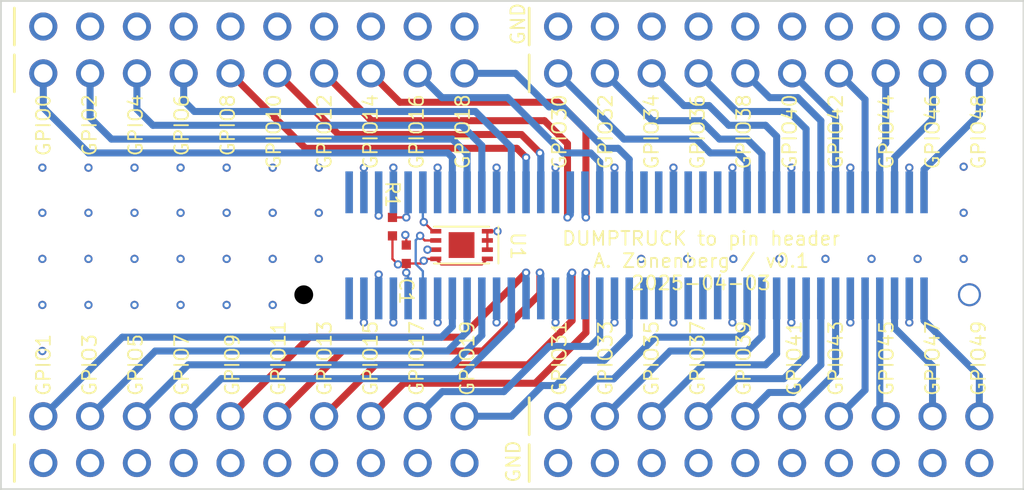
<source format=kicad_pcb>
(kicad_pcb (version 20240108) (generator "pcbnew") (generator_version "8.0")
  (layers (0 "F.Cu" signal) (1 "In1.Cu" signal) (2 "In2.Cu" signal) (31 "B.Cu" signal) (34 "B.Paste" user) (35 "F.Paste" user) (36 "B.SilkS" user "B.Silkscreen") (37 "F.SilkS" user "F.Silkscreen") (38 "B.Mask" user) (39 "F.Mask" user) (44 "Edge.Cuts" user))
  (net 0 "")
  (net 1 "/3V3_EEPROM")
  (net 2 "/GND")
  (net 3 "Net-(J1B-GPIO18)")
  (net 4 "Net-(J1B-GPIO14)")
  (net 5 "Net-(J1B-GPIO15)")
  (net 6 "Net-(J1B-GPIO2)")
  (net 7 "Net-(J1B-GPIO1)")
  (net 8 "Net-(J1B-GPIO0)")
  (net 9 "Net-(J1B-PRESENT)")
  (net 10 "Net-(J1B-GPIO36)")
  (net 11 "Net-(J1B-GPIO4)")
  (net 12 "Net-(J1B-GPIO30)")
  (net 13 "Net-(J1B-GPIO38)")
  (net 14 "/EEPROM_SCL")
  (net 15 "Net-(J1B-GPIO3)")
  (net 16 "/EEPROM_SDA")
  (net 17 "Net-(J1B-GPIO39)")
  (net 18 "Net-(J1B-GPIO16)")
  (net 19 "Net-(J1B-GPIO37)")
  (net 20 "Net-(J1B-GPIO8)")
  (net 21 "Net-(J1B-GPIO31)")
  (net 22 "Net-(J1B-GPIO9)")
  (net 23 "Net-(J1B-GPIO6)")
  (net 26 "Net-(J1B-GPIO10)")
  (net 27 "Net-(J1B-GPIO13)")
  (net 28 "Net-(J1B-GPIO32)")
  (net 29 "Net-(J1B-GPIO11)")
  (net 30 "/VCC")
  (net 31 "Net-(J1B-GPIO35)")
  (net 32 "Net-(J1B-GPIO17)")
  (net 33 "Net-(J1B-GPIO19)")
  (net 34 "Net-(J1B-GPIO34)")
  (net 35 "Net-(J1B-GPIO12)")
  (net 36 "Net-(J1B-GPIO33)")
  (net 37 "Net-(J1B-GPIO5)")
  (net 38 "Net-(J1B-GPIO7)")
  (net 39 "Net-(J1B-GPIO45)")
  (net 41 "Net-(J1B-GPIO41)")
  (net 44 "Net-(J1B-GPIO47)")
  (net 45 "Net-(J1B-GPIO49)")
  (net 47 "Net-(J1B-GPIO43)")
  (net 51 "Net-(J1B-GPIO44)")
  (net 52 "Net-(J1B-GPIO42)")
  (net 53 "Net-(J1B-GPIO48)")
  (net 55 "Net-(J1B-GPIO46)")
  (net 57 "Net-(J1B-GPIO40)")
  (footprint "azonenberg_pcb:CONN_HEADER_2.54MM_1x10_REFLOW_NOSILK" (layer "F.Cu") (at 121.92 96.08)
    (property "Reference" "J9" (hide yes))
    (property "Value" "CONN_01X10" (hide yes))
  )
  (footprint "azonenberg_pcb:CONN_HEADER_2.54MM_1x10_REFLOW_NOSILK" (layer "F.Cu") (at 121.92 93.54)
    (property "Reference" "J3" (hide yes))
    (property "Value" "CONN_01X10" (hide yes))
  )
  (footprint "azonenberg_pcb:CONN_HEADER_2.54MM_1x10_REFLOW_NOSILK" (layer "F.Cu") (at 93.98 96.08)
    (property "Reference" "J8" (hide yes))
    (property "Value" "CONN_01X10" (hide yes))
  )
  (footprint "azonenberg_pcb:EIA_0402_RES_NOSILK" (layer "F.Cu") (at 101.5 83.250001 90)
    (property "Reference" "R1")
    (property "Value" "0" (hide yes))
  )
  (footprint "azonenberg_pcb:CONN_HEADER_2.54MM_1x10_REFLOW_NOSILK" (layer "F.Cu") (at 121.92 72.39)
    (property "Reference" "J7" (hide yes))
    (property "Value" "CONN_01X10" (hide yes))
  )
  (footprint "azonenberg_pcb:EIA_0402_CAP_NOSILK" (layer "F.Cu") (at 102.25 84.75 90)
    (property "Reference" "C1")
    (property "Value" "0.47 uF" (hide yes))
  )
  (footprint "azonenberg_pcb:CONN_HEADER_2.54MM_1x10_REFLOW_NOSILK" (layer "F.Cu") (at 93.98 93.54)
    (property "Reference" "J2" (hide yes))
    (property "Value" "CONN_01X10" (hide yes))
  )
  (footprint "azonenberg_pcb:CONN_HEADER_2.54MM_1x10_REFLOW_NOSILK" (layer "F.Cu") (at 93.98 74.93)
    (property "Reference" "J4" (hide yes))
    (property "Value" "CONN_01X10" (hide yes))
  )
  (footprint "azonenberg_pcb:CONN_HEADER_2.54MM_1x10_REFLOW_NOSILK" (layer "F.Cu") (at 93.98 72.39)
    (property "Reference" "J6" (hide yes))
    (property "Value" "CONN_01X10" (hide yes))
  )
  (footprint "azonenberg_pcb:DFN_8_0.5MM_2x3MM_TALL" (layer "F.Cu") (at 105.25 84.25 90)
    (property "Reference" "U1")
    (property "Value" "M24C02-RMC6TG" (hide yes))
  )
  (footprint "azonenberg_pcb:CONN_HEADER_2.54MM_1x10_REFLOW_NOSILK" (layer "F.Cu") (at 121.92 74.93)
    (property "Reference" "J5" (hide yes))
    (property "Value" "CONN_01X10" (hide yes))
  )
  (footprint "azonenberg_pcb:CONN_SAMTEC_BSE-040-01-L-D-A-TR" (layer "B.Cu") (at 114.75 84.25)
    (property "Reference" "J1" (hide yes))
    (property "Value" "CONN_DUMPTRUCK_DEVICE" (hide yes))
  )
  (gr_rect (start 80.25 71) (end 135.75 97.5) (stroke (width 0.1)) (fill none) (layer "Edge.Cuts"))
  (gr_text "GPIO6" (at 90.5 76 90) (layer "F.SilkS") (effects (font (size 0.75 0.75) (thickness 0.1)) (justify right bottom)))
  (gr_text "GPIO4" (at 88 76 90) (layer "F.SilkS") (effects (font (size 0.75 0.75) (thickness 0.1)) (justify right bottom)))
  (gr_text "GPIO14" (at 100.75 76 90) (layer "F.SilkS") (effects (font (size 0.75 0.75) (thickness 0.1)) (justify right bottom)))
  (gr_text "GPIO5" (at 88 92.5 90) (layer "F.SilkS") (effects (font (size 0.75 0.75) (thickness 0.1)) (justify left bottom)))
  (gr_text "GPIO35" (at 116 92.5 90) (layer "F.SilkS") (effects (font (size 0.75 0.75) (thickness 0.1)) (justify left bottom)))
  (gr_text "GPIO12" (at 98.25 76 90) (layer "F.SilkS") (effects (font (size 0.75 0.75) (thickness 0.1)) (justify right bottom)))
  (gr_text "GPIO0" (at 83 76 90) (layer "F.SilkS") (effects (font (size 0.75 0.75) (thickness 0.1)) (justify right bottom)))
  (gr_text "GPIO13" (at 98.25 92.5 90) (layer "F.SilkS") (effects (font (size 0.75 0.75) (thickness 0.1)) (justify left bottom)))
  (gr_text "GPIO32" (at 113.5 76 90) (layer "F.SilkS") (effects (font (size 0.75 0.75) (thickness 0.1)) (justify right bottom)))
  (gr_text "GPIO7" (at 90.5 92.5 90) (layer "F.SilkS") (effects (font (size 0.75 0.75) (thickness 0.1)) (justify left bottom)))
  (gr_text "GPIO43" (at 126 92.5 90) (layer "F.SilkS") (effects (font (size 0.75 0.75) (thickness 0.1)) (justify left bottom)))
  (gr_text "GPIO41" (at 123.75 92.5 90) (layer "F.SilkS") (effects (font (size 0.75 0.75) (thickness 0.1)) (justify left bottom)))
  (gr_text "GPIO45" (at 128.75 92.5 90) (layer "F.SilkS") (effects (font (size 0.75 0.75) (thickness 0.1)) (justify left bottom)))
  (gr_text "GPIO10" (at 95.5 76 90) (layer "F.SilkS") (effects (font (size 0.75 0.75) (thickness 0.1)) (justify right bottom)))
  (gr_text "GPIO9" (at 93.25 92.5 90) (layer "F.SilkS") (effects (font (size 0.75 0.75) (thickness 0.1)) (justify left bottom)))
  (gr_text "GPIO2" (at 85.5 76 90) (layer "F.SilkS") (effects (font (size 0.75 0.75) (thickness 0.1)) (justify right bottom)))
  (gr_text "GPIO15" (at 100.75 92.5 90) (layer "F.SilkS") (effects (font (size 0.75 0.75) (thickness 0.1)) (justify left bottom)))
  (gr_text "GPIO48" (at 133.75 76 90) (layer "F.SilkS") (effects (font (size 0.75 0.75) (thickness 0.1)) (justify right bottom)))
  (gr_text "GND" (at 108.5 96 90) (layer "F.SilkS") (effects (font (size 0.75 0.75) (thickness 0.1)) (justify bottom)))
  (gr_text "GPIO46" (at 131.25 76 90) (layer "F.SilkS") (effects (font (size 0.75 0.75) (thickness 0.1)) (justify right bottom)))
  (gr_text "GPIO3" (at 85.5 92.5 90) (layer "F.SilkS") (effects (font (size 0.75 0.75) (thickness 0.1)) (justify left bottom)))
  (gr_text "GPIO42" (at 126 76 90) (layer "F.SilkS") (effects (font (size 0.75 0.75) (thickness 0.1)) (justify right bottom)))
  (gr_text "GPIO19" (at 106 92.5 90) (layer "F.SilkS") (effects (font (size 0.75 0.75) (thickness 0.1)) (justify left bottom)))
  (gr_text "GPIO16" (at 103.25 76 90) (layer "F.SilkS") (effects (font (size 0.75 0.75) (thickness 0.1)) (justify right bottom)))
  (gr_text "GPIO39" (at 121 92.5 90) (layer "F.SilkS") (effects (font (size 0.75 0.75) (thickness 0.1)) (justify left bottom)))
  (gr_text "GND" (at 108.75 72.25 90) (layer "F.SilkS") (effects (font (size 0.75 0.75) (thickness 0.1)) (justify bottom)))
  (gr_text "GPIO8" (at 93 76 90) (layer "F.SilkS") (effects (font (size 0.75 0.75) (thickness 0.1)) (justify right bottom)))
  (gr_text "GPIO30" (at 111 76 90) (layer "F.SilkS") (effects (font (size 0.75 0.75) (thickness 0.1)) (justify right bottom)))
  (gr_text "DUMPTRUCK to pin header\nA. Zonenberg / v0.1\n2025-04-03" (at 118.25 86.75 0) (layer "F.SilkS") (effects (font (size 0.75 0.75) (thickness 0.1)) (justify bottom)))
  (gr_text "GPIO44" (at 128.75 76 90) (layer "F.SilkS") (effects (font (size 0.75 0.75) (thickness 0.1)) (justify right bottom)))
  (gr_text "GPIO33" (at 113.5 92.5 90) (layer "F.SilkS") (effects (font (size 0.75 0.75) (thickness 0.1)) (justify left bottom)))
  (gr_text "GPIO40" (at 123.5 76 90) (layer "F.SilkS") (effects (font (size 0.75 0.75) (thickness 0.1)) (justify right bottom)))
  (gr_text "GPIO31" (at 111 92.5 90) (layer "F.SilkS") (effects (font (size 0.75 0.75) (thickness 0.1)) (justify left bottom)))
  (gr_text "GPIO17" (at 103.25 92.5 90) (layer "F.SilkS") (effects (font (size 0.75 0.75) (thickness 0.1)) (justify left bottom)))
  (gr_text "GPIO49" (at 133.75 92.5 90) (layer "F.SilkS") (effects (font (size 0.75 0.75) (thickness 0.1)) (justify left bottom)))
  (gr_text "GPIO38" (at 121 76 90) (layer "F.SilkS") (effects (font (size 0.75 0.75) (thickness 0.1)) (justify right bottom)))
  (gr_text "GPIO36" (at 118.5 76 90) (layer "F.SilkS") (effects (font (size 0.75 0.75) (thickness 0.1)) (justify right bottom)))
  (gr_text "GPIO34" (at 116 76 90) (layer "F.SilkS") (effects (font (size 0.75 0.75) (thickness 0.1)) (justify right bottom)))
  (gr_text "GPIO1" (at 83 92.5 90) (layer "F.SilkS") (effects (font (size 0.75 0.75) (thickness 0.1)) (justify left bottom)))
  (gr_text "GPIO47" (at 131.25 92.5 90) (layer "F.SilkS") (effects (font (size 0.75 0.75) (thickness 0.1)) (justify left bottom)))
  (gr_text "GPIO37" (at 118.5 92.5 90) (layer "F.SilkS") (effects (font (size 0.75 0.75) (thickness 0.1)) (justify left bottom)))
  (gr_text "GPIO18" (at 105.75 76 90) (layer "F.SilkS") (effects (font (size 0.75 0.75) (thickness 0.1)) (justify right bottom)))
  (gr_text "GPIO11" (at 95.75 92.5 90) (layer "F.SilkS") (effects (font (size 0.75 0.75) (thickness 0.1)) (justify left bottom)))
  (segment (start 104.149999 85.3) (end 106.350001 85.3) (width 0.125) (layer "F.Cu") (net 1))
  (segment (start 103.050001 85.249999) (end 103.299999 85.000001) (width 0.125) (layer "F.Cu") (net 1))
  (segment (start 103.85 85.000001) (end 103.299999 85.000001) (width 0.125) (layer "F.Cu") (net 1))
  (segment (start 101.5 83.75) (end 101.5 85) (width 0.125) (layer "F.Cu") (net 1))
  (segment (start 102.25 85.249999) (end 103.050001 85.249999) (width 0.125) (layer "F.Cu") (net 1))
  (segment (start 101.5 85) (end 101.8 85.3) (width 0.125) (layer "F.Cu") (net 1))
  (segment (start 106.350001 85.3) (end 106.65 85.000001) (width 0.125) (layer "F.Cu") (net 1))
  (segment (start 103.85 85.000001) (end 104.149999 85.3) (width 0.125) (layer "F.Cu") (net 1))
  (segment (start 102.25 85.75) (end 102.25 85.249999) (width 0.125) (layer "F.Cu") (net 1))
  (segment (start 101.8 85.3) (end 102.199999 85.3) (width 0.125) (layer "F.Cu") (net 1))
  (via (at 103.2 85.1) (size 0.45) (drill 0.25) (layers "F.Cu" "B.Cu") (net 1))
  (via (at 101.8 85.3) (size 0.45) (drill 0.25) (layers "F.Cu" "B.Cu") (net 1))
  (via (at 102.25 85.75) (size 0.45) (drill 0.25) (layers "F.Cu" "B.Cu") (net 1))
  (segment (start 102.35 85.85) (end 102.25 85.75) (width 0.125) (layer "B.Cu") (net 1))
  (segment (start 102.35 87.1435) (end 102.35 85.85) (width 0.125) (layer "B.Cu") (net 1))
  (segment (start 102.25 84.250001) (end 102.25 83.75) (width 0.125) (layer "F.Cu") (net 2))
  (segment (start 106.65 84.5) (end 106.650001 83.499999) (width 0.125) (layer "F.Cu") (net 2))
  (segment (start 107.2 83.5) (end 106.650001 83.5) (width 0.125) (layer "F.Cu") (net 2))
  (via (at 127.5 85) (size 0.45) (drill 0.25) (layers "F.Cu" "B.Cu") (net 2))
  (via (at 85 87.5) (size 0.45) (drill 0.25) (layers "F.Cu" "B.Cu") (net 2))
  (via (at 107.2 83.5) (size 0.45) (drill 0.25) (layers "F.Cu" "B.Cu") (net 2))
  (via (at 113.55 88.45) (size 0.45) (drill 0.25) (layers "F.Cu" "B.Cu") (net 2))
  (via (at 90 80.05) (size 0.45) (drill 0.25) (layers "F.Cu" "B.Cu") (net 2))
  (via (at 82.5 82.5) (size 0.45) (drill 0.25) (layers "F.Cu" "B.Cu") (net 2))
  (via (at 130 85) (size 0.45) (drill 0.25) (layers "F.Cu" "B.Cu") (net 2))
  (via (at 87.5 85) (size 0.45) (drill 0.25) (layers "F.Cu" "B.Cu") (net 2))
  (via (at 92.5 85) (size 0.45) (drill 0.25) (layers "F.Cu" "B.Cu") (net 2))
  (via (at 103.4 84.5) (size 0.45) (drill 0.25) (layers "F.Cu" "B.Cu") (net 2))
  (via (at 87.5 87.5) (size 0.45) (drill 0.25) (layers "F.Cu" "B.Cu") (net 2))
  (via (at 95 82.5) (size 0.45) (drill 0.25) (layers "F.Cu" "B.Cu") (net 2))
  (via (at 97.5 82.5) (size 0.45) (drill 0.25) (layers "F.Cu" "B.Cu") (net 2))
  (via (at 102.2 83.7) (size 0.45) (drill 0.25) (layers "F.Cu" "B.Cu") (net 2))
  (via (at 95 80.05) (size 0.45) (drill 0.25) (layers "F.Cu" "B.Cu") (net 2))
  (via (at 82.5 80.05) (size 0.45) (drill 0.25) (layers "F.Cu" "B.Cu") (net 2))
  (via (at 132.5 82.5) (size 0.45) (drill 0.25) (layers "F.Cu" "B.Cu") (net 2))
  (via (at 132.5 80) (size 0.45) (drill 0.25) (layers "F.Cu" "B.Cu") (net 2))
  (via (at 123.15 88.45) (size 0.45) (drill 0.25) (layers "F.Cu" "B.Cu") (net 2))
  (via (at 126.35 80.05) (size 0.45) (drill 0.25) (layers "F.Cu" "B.Cu") (net 2))
  (via (at 126.35 88.45) (size 0.45) (drill 0.25) (layers "F.Cu" "B.Cu") (net 2))
  (via (at 123.15 80.05) (size 0.45) (drill 0.25) (layers "F.Cu" "B.Cu") (net 2))
  (via (at 101.55 80.05) (size 0.45) (drill 0.25) (layers "F.Cu" "B.Cu") (net 2))
  (via (at 116.75 88.45) (size 0.45) (drill 0.25) (layers "F.Cu" "B.Cu") (net 2))
  (via (at 90 82.5) (size 0.45) (drill 0.25) (layers "F.Cu" "B.Cu") (net 2))
  (via (at 129.55 88.45) (size 0.45) (drill 0.25) (layers "F.Cu" "B.Cu") (net 2))
  (via (at 119.95 88.45) (size 0.45) (drill 0.25) (layers "F.Cu" "B.Cu") (net 2))
  (via (at 107.15 80.05) (size 0.45) (drill 0.25) (layers "F.Cu" "B.Cu") (net 2))
  (via (at 95 85) (size 0.45) (drill 0.25) (layers "F.Cu" "B.Cu") (net 2))
  (via (at 110.35 88.45) (size 0.45) (drill 0.25) (layers "F.Cu" "B.Cu") (net 2))
  (via (at 116.75 80.05) (size 0.45) (drill 0.25) (layers "F.Cu" "B.Cu") (net 2))
  (via (at 92.5 82.5) (size 0.45) (drill 0.25) (layers "F.Cu" "B.Cu") (net 2))
  (via (at 97.5 80.05) (size 0.45) (drill 0.25) (layers "F.Cu" "B.Cu") (net 2))
  (via (at 92.5 87.5) (size 0.45) (drill 0.25) (layers "F.Cu" "B.Cu") (net 2))
  (via (at 92.5 80.05) (size 0.45) (drill 0.25) (layers "F.Cu" "B.Cu") (net 2))
  (via (at 90 87.5) (size 0.45) (drill 0.25) (layers "F.Cu" "B.Cu") (net 2))
  (via (at 120 85) (size 0.45) (drill 0.25) (layers "F.Cu" "B.Cu") (net 2))
  (via (at 85 80.05) (size 0.45) (drill 0.25) (layers "F.Cu" "B.Cu") (net 2))
  (via (at 129.55 80.05) (size 0.45) (drill 0.25) (layers "F.Cu" "B.Cu") (net 2))
  (via (at 101.55 88.45) (size 0.45) (drill 0.25) (layers "F.Cu" "B.Cu") (net 2))
  (via (at 87.5 80.05) (size 0.45) (drill 0.25) (layers "F.Cu" "B.Cu") (net 2))
  (via (at 90 85) (size 0.45) (drill 0.25) (layers "F.Cu" "B.Cu") (net 2))
  (via (at 99.95 80.05) (size 0.45) (drill 0.25) (layers "F.Cu" "B.Cu") (net 2))
  (via (at 132.5 85) (size 0.45) (drill 0.25) (layers "F.Cu" "B.Cu") (net 2))
  (via (at 103.95 80.05) (size 0.45) (drill 0.25) (layers "F.Cu" "B.Cu") (net 2))
  (via (at 107.15 88.45) (size 0.45) (drill 0.25) (layers "F.Cu" "B.Cu") (net 2))
  (via (at 97.5 85) (size 0.45) (drill 0.25) (layers "F.Cu" "B.Cu") (net 2))
  (via (at 99.95 88.45) (size 0.45) (drill 0.25) (layers "F.Cu" "B.Cu") (net 2))
  (via (at 103.95 88.45) (size 0.45) (drill 0.25) (layers "F.Cu" "B.Cu") (net 2))
  (via (at 82.5 87.5) (size 0.45) (drill 0.25) (layers "F.Cu" "B.Cu") (net 2))
  (via (at 113.55 80.05) (size 0.45) (drill 0.25) (layers "F.Cu" "B.Cu") (net 2))
  (via (at 122.5 85) (size 0.45) (drill 0.25) (layers "F.Cu" "B.Cu") (net 2))
  (via (at 85 85) (size 0.45) (drill 0.25) (layers "F.Cu" "B.Cu") (net 2))
  (via (at 95 87.5) (size 0.45) (drill 0.25) (layers "F.Cu" "B.Cu") (net 2))
  (via (at 125 85) (size 0.45) (drill 0.25) (layers "F.Cu" "B.Cu") (net 2))
  (via (at 85 82.5) (size 0.45) (drill 0.25) (layers "F.Cu" "B.Cu") (net 2))
  (via (at 110.35 80.05) (size 0.45) (drill 0.25) (layers "F.Cu" "B.Cu") (net 2))
  (via (at 82.5 90) (size 0.45) (drill 0.25) (layers "F.Cu" "B.Cu") (net 2))
  (via (at 115 85) (size 0.45) (drill 0.25) (layers "F.Cu" "B.Cu") (net 2))
  (via (at 117.5 85) (size 0.45) (drill 0.25) (layers "F.Cu" "B.Cu") (net 2))
  (via (at 119.95 80.05) (size 0.45) (drill 0.25) (layers "F.Cu" "B.Cu") (net 2))
  (via (at 87.5 82.5) (size 0.45) (drill 0.25) (layers "F.Cu" "B.Cu") (net 2))
  (via (at 82.5 85) (size 0.45) (drill 0.25) (layers "F.Cu" "B.Cu") (net 2))
  (segment (start 103.95 88.45) (end 103.95 87.1435) (width 0.125) (layer "B.Cu") (net 2))
  (segment (start 126.35 80.05) (end 126.35 81.3865) (width 0.125) (layer "B.Cu") (net 2))
  (segment (start 110.35 80.05) (end 110.35 81.3865) (width 0.125) (layer "B.Cu") (net 2))
  (segment (start 116.75 80.05) (end 116.75 81.3865) (width 0.125) (layer "B.Cu") (net 2))
  (segment (start 103.95 81.3865) (end 103.95 80.05) (width 0.125) (layer "B.Cu") (net 2))
  (segment (start 113.55 80.05) (end 113.55 81.3865) (width 0.125) (layer "B.Cu") (net 2))
  (segment (start 129.55 88.45) (end 129.55 87.1435) (width 0.125) (layer "B.Cu") (net 2))
  (segment (start 129.55 80.05) (end 129.55 81.3865) (width 0.125) (layer "B.Cu") (net 2))
  (segment (start 110.35 88.45) (end 110.35 87.1435) (width 0.125) (layer "B.Cu") (net 2))
  (segment (start 123.15 80.05) (end 123.15 81.3865) (width 0.125) (layer "B.Cu") (net 2))
  (segment (start 116.75 88.45) (end 116.75 87.1435) (width 0.125) (layer "B.Cu") (net 2))
  (segment (start 101.55 88.45) (end 101.55 87.1435) (width 0.125) (layer "B.Cu") (net 2))
  (segment (start 119.95 88.45) (end 119.95 87.1435) (width 0.125) (layer "B.Cu") (net 2))
  (segment (start 119.95 80.05) (end 119.95 81.3865) (width 0.125) (layer "B.Cu") (net 2))
  (segment (start 126.35 88.45) (end 126.35 87.1435) (width 0.125) (layer "B.Cu") (net 2))
  (segment (start 107.15 80.05) (end 107.15 81.3865) (width 0.125) (layer "B.Cu") (net 2))
  (segment (start 99.95 80.05) (end 99.95 81.3865) (width 0.125) (layer "B.Cu") (net 2))
  (segment (start 99.95 88.45) (end 99.95 87.1435) (width 0.125) (layer "B.Cu") (net 2))
  (segment (start 123.149999 88.45) (end 123.15 87.1435) (width 0.125) (layer "B.Cu") (net 2))
  (segment (start 101.55 80.05) (end 101.55 81.3865) (width 0.125) (layer "B.Cu") (net 2))
  (segment (start 113.549999 88.45) (end 113.55 87.1435) (width 0.125) (layer "B.Cu") (net 2))
  (segment (start 110.75 76.75) (end 110 76.75) (width 0.381) (layer "B.Cu") (net 3))
  (segment (start 113 79) (end 110.75 76.75) (width 0.381) (layer "B.Cu") (net 3))
  (segment (start 114.35 79.6) (end 113.75 79) (width 0.381) (layer "B.Cu") (net 3))
  (segment (start 114.35 81.3865) (end 114.35 79.6) (width 0.381) (layer "B.Cu") (net 3))
  (segment (start 108.18 74.93) (end 105.41 74.93) (width 0.381) (layer "B.Cu") (net 3))
  (segment (start 113.75 79) (end 113 79) (width 0.381) (layer "B.Cu") (net 3))
  (segment (start 110 76.75) (end 108.18 74.93) (width 0.381) (layer "B.Cu") (net 3))
  (segment (start 112 82.75) (end 112 78) (width 0.381) (layer "F.Cu") (net 4))
  (segment (start 101.9 76.5) (end 100.33 74.93) (width 0.381) (layer "F.Cu") (net 4))
  (segment (start 110.5 76.5) (end 101.9 76.5) (width 0.381) (layer "F.Cu") (net 4))
  (segment (start 112 78) (end 110.5 76.5) (width 0.381) (layer "F.Cu") (net 4))
  (via (at 112 82.75) (size 0.45) (drill 0.25) (layers "F.Cu" "B.Cu") (net 4))
  (segment (start 111.95 81.3865) (end 111.95 82.7) (width 0.381) (layer "B.Cu") (net 4))
  (segment (start 111.95 82.7) (end 112 82.75) (width 0.381) (layer "B.Cu") (net 4))
  (segment (start 102.12 91.75) (end 100.33 93.54) (width 0.381) (layer "F.Cu") (net 5))
  (segment (start 109.25 91.75) (end 102.12 91.75) (width 0.381) (layer "F.Cu") (net 5))
  (segment (start 112 89) (end 109.25 91.75) (width 0.381) (layer "F.Cu") (net 5))
  (segment (start 112 85.75) (end 112 89) (width 0.381) (layer "F.Cu") (net 5))
  (via (at 112 85.75) (size 0.45) (drill 0.25) (layers "F.Cu" "B.Cu") (net 5))
  (segment (start 111.95 87.1435) (end 111.95 85.8) (width 0.381) (layer "B.Cu") (net 5))
  (segment (start 111.95 85.8) (end 112 85.75) (width 0.381) (layer "B.Cu") (net 5))
  (segment (start 85.09 77.34) (end 86.25 78.5) (width 0.381) (layer "B.Cu") (net 6))
  (segment (start 105.55 79.3) (end 105.55 81.3865) (width 0.381) (layer "B.Cu") (net 6))
  (segment (start 85.09 74.93) (end 85.09 77.34) (width 0.381) (layer "B.Cu") (net 6))
  (segment (start 104.75 78.5) (end 105.55 79.3) (width 0.381) (layer "B.Cu") (net 6))
  (segment (start 86.25 78.5) (end 104.75 78.5) (width 0.381) (layer "B.Cu") (net 6))
  (segment (start 104.75 88.661) (end 104.161 89.25) (width 0.381) (layer "B.Cu") (net 7))
  (segment (start 86.84 89.25) (end 82.55 93.54) (width 0.381) (layer "B.Cu") (net 7))
  (segment (start 104.161 89.25) (end 86.84 89.25) (width 0.381) (layer "B.Cu") (net 7))
  (segment (start 104.75 87.1435) (end 104.75 88.661) (width 0.381) (layer "B.Cu") (net 7))
  (segment (start 104.5 79.25) (end 85 79.25) (width 0.381) (layer "B.Cu") (net 8))
  (segment (start 104.75 81.3865) (end 104.75 79.5) (width 0.381) (layer "B.Cu") (net 8))
  (segment (start 85 79.25) (end 82.55 76.8) (width 0.381) (layer "B.Cu") (net 8))
  (segment (start 82.55 76.8) (end 82.55 74.93) (width 0.381) (layer "B.Cu") (net 8))
  (segment (start 104.75 79.5) (end 104.5 79.25) (width 0.381) (layer "B.Cu") (net 8))
  (segment (start 102.25 82.75) (end 101.500002 82.75) (width 0.125) (layer "F.Cu") (net 9))
  (segment (start 101.500002 82.75) (end 101.5 82.750002) (width 0.125) (layer "F.Cu") (net 9))
  (via (at 102.25 82.75) (size 0.45) (drill 0.25) (layers "F.Cu" "B.Cu") (net 9))
  (segment (start 102.35 82.65) (end 102.25 82.75) (width 0.125) (layer "B.Cu") (net 9))
  (segment (start 102.35 81.3865) (end 102.35 82.65) (width 0.125) (layer "B.Cu") (net 9))
  (segment (start 120.18 77) (end 118.11 74.93) (width 0.381) (layer "B.Cu") (net 10))
  (segment (start 123.95 77.95) (end 123 77) (width 0.381) (layer "B.Cu") (net 10))
  (segment (start 123 77) (end 120.18 77) (width 0.381) (layer "B.Cu") (net 10))
  (segment (start 123.95 81.3865) (end 123.95 77.95) (width 0.381) (layer "B.Cu") (net 10))
  (segment (start 87.63 76.88) (end 87.63 74.93) (width 0.381) (layer "B.Cu") (net 11))
  (segment (start 106.35 78.85) (end 105.25 77.75) (width 0.381) (layer "B.Cu") (net 11))
  (segment (start 105.25 77.75) (end 88.5 77.75) (width 0.381) (layer "B.Cu") (net 11))
  (segment (start 88.5 77.75) (end 87.63 76.88) (width 0.381) (layer "B.Cu") (net 11))
  (segment (start 106.35 81.3865) (end 106.35 78.85) (width 0.381) (layer "B.Cu") (net 11))
  (segment (start 118 78.5) (end 118.75 79.25) (width 0.381) (layer "B.Cu") (net 12))
  (segment (start 120.25 79.25) (end 120.75 79.75) (width 0.381) (layer "B.Cu") (net 12))
  (segment (start 120.75 79.75) (end 120.75 81.3865) (width 0.381) (layer "B.Cu") (net 12))
  (segment (start 110.49 74.93) (end 114.06 78.5) (width 0.381) (layer "B.Cu") (net 12))
  (segment (start 114.06 78.5) (end 118 78.5) (width 0.381) (layer "B.Cu") (net 12))
  (segment (start 118.75 79.25) (end 120.25 79.25) (width 0.381) (layer "B.Cu") (net 12))
  (segment (start 123.5 76.25) (end 121.97 76.25) (width 0.381) (layer "B.Cu") (net 13))
  (segment (start 124.75 81.3865) (end 124.75 77.5) (width 0.381) (layer "B.Cu") (net 13))
  (segment (start 121.97 76.25) (end 120.65 74.93) (width 0.381) (layer "B.Cu") (net 13))
  (segment (start 124.75 77.5) (end 123.5 76.25) (width 0.381) (layer "B.Cu") (net 13))
  (segment (start 103.25 84) (end 103 83.75) (width 0.125) (layer "F.Cu") (net 14))
  (segment (start 103.85 84) (end 103.25 84) (width 0.125) (layer "F.Cu") (net 14))
  (via (at 103 83.75) (size 0.45) (drill 0.25) (layers "F.Cu" "B.Cu") (net 14))
  (segment (start 103.15 85.66872) (end 103.04064 85.55936) (width 0.125) (layer "B.Cu") (net 14))
  (segment (start 102.7625 83.9875) (end 103 83.75) (width 0.125) (layer "B.Cu") (net 14))
  (segment (start 103.04064 85.55936) (end 102.7625 85.281219) (width 0.125) (layer "B.Cu") (net 14))
  (segment (start 103.15 87.1435) (end 103.15 85.66872) (width 0.125) (layer "B.Cu") (net 14))
  (segment (start 102.7625 85.281219) (end 102.7625 83.9875) (width 0.125) (layer "B.Cu") (net 14))
  (segment (start 105.55 88.95) (end 104.5 90) (width 0.381) (layer "B.Cu") (net 15))
  (segment (start 105.55 87.1435) (end 105.55 88.95) (width 0.381) (layer "B.Cu") (net 15))
  (segment (start 104.5 90) (end 88.63 90) (width 0.381) (layer "B.Cu") (net 15))
  (segment (start 88.63 90) (end 85.09 93.54) (width 0.381) (layer "B.Cu") (net 15))
  (segment (start 103.85 83.499999) (end 103.699999 83.499999) (width 0.125) (layer "F.Cu") (net 16))
  (segment (start 103.699999 83.499999) (end 103.2 83) (width 0.125) (layer "F.Cu") (net 16))
  (via (at 103.2 83) (size 0.45) (drill 0.25) (layers "F.Cu" "B.Cu") (net 16))
  (segment (start 103.15 82.95) (end 103.15 81.3865) (width 0.125) (layer "B.Cu") (net 16))
  (segment (start 103.2 83) (end 103.15 82.95) (width 0.125) (layer "B.Cu") (net 16))
  (segment (start 124.75 90.75) (end 123.25 92.25) (width 0.381) (layer "B.Cu") (net 17))
  (segment (start 121.94 92.25) (end 120.65 93.54) (width 0.381) (layer "B.Cu") (net 17))
  (segment (start 124.75 87.1435) (end 124.75 90.75) (width 0.381) (layer "B.Cu") (net 17))
  (segment (start 123.25 92.25) (end 121.94 92.25) (width 0.381) (layer "B.Cu") (net 17))
  (segment (start 110.75 79.25) (end 112.25 79.25) (width 0.381) (layer "B.Cu") (net 18))
  (segment (start 102.87 74.93) (end 104.19 76.25) (width 0.381) (layer "B.Cu") (net 18))
  (segment (start 104.19 76.25) (end 107.75 76.25) (width 0.381) (layer "B.Cu") (net 18))
  (segment (start 107.75 76.25) (end 110.75 79.25) (width 0.381) (layer "B.Cu") (net 18))
  (segment (start 112.25 79.25) (end 112.75 79.75) (width 0.381) (layer "B.Cu") (net 18))
  (segment (start 112.75 79.75) (end 112.75 81.3865) (width 0.381) (layer "B.Cu") (net 18))
  (segment (start 122.75 91.5) (end 120.15 91.5) (width 0.381) (layer "B.Cu") (net 19))
  (segment (start 123.95 90.3) (end 122.75 91.5) (width 0.381) (layer "B.Cu") (net 19))
  (segment (start 123.95 87.1435) (end 123.95 90.3) (width 0.381) (layer "B.Cu") (net 19))
  (segment (start 120.15 91.5) (end 118.11 93.54) (width 0.381) (layer "B.Cu") (net 19))
  (segment (start 108.25 79) (end 96.78 79) (width 0.381) (layer "F.Cu") (net 20))
  (segment (start 108.75 79.5) (end 108.25 79) (width 0.381) (layer "F.Cu") (net 20))
  (segment (start 96.78 79) (end 92.71 74.93) (width 0.381) (layer "F.Cu") (net 20))
  (via (at 108.75 79.5) (size 0.45) (drill 0.25) (layers "F.Cu" "B.Cu") (net 20))
  (segment (start 108.75 81.3865) (end 108.75 79.5) (width 0.381) (layer "B.Cu") (net 20))
  (segment (start 120.75 87.1435) (end 120.75 88.75) (width 0.381) (layer "B.Cu") (net 21))
  (segment (start 113.5 91.515) (end 112.515 91.515) (width 0.381) (layer "B.Cu") (net 21))
  (segment (start 120.75 88.75) (end 120.25 89.25) (width 0.381) (layer "B.Cu") (net 21))
  (segment (start 112.515 91.515) (end 110.49 93.54) (width 0.381) (layer "B.Cu") (net 21))
  (segment (start 120.25 89.25) (end 115.765 89.25) (width 0.381) (layer "B.Cu") (net 21))
  (segment (start 115.765 89.25) (end 113.5 91.515) (width 0.381) (layer "B.Cu") (net 21))
  (segment (start 105.25 89.25) (end 97 89.25) (width 0.381) (layer "F.Cu") (net 22))
  (segment (start 97 89.25) (end 92.71 93.54) (width 0.381) (layer "F.Cu") (net 22))
  (segment (start 108.75 85.75) (end 105.25 89.25) (width 0.381) (layer "F.Cu") (net 22))
  (via (at 108.75 85.75) (size 0.45) (drill 0.25) (layers "F.Cu" "B.Cu") (net 22))
  (segment (start 108.75 87.1435) (end 108.75 85.75) (width 0.381) (layer "B.Cu") (net 22))
  (segment (start 106 77) (end 90.75 77) (width 0.381) (layer "B.Cu") (net 23))
  (segment (start 107.95 81.3865) (end 107.95 78.95) (width 0.381) (layer "B.Cu") (net 23))
  (segment (start 90.75 77) (end 90.17 76.42) (width 0.381) (layer "B.Cu") (net 23))
  (segment (start 107.95 78.95) (end 106 77) (width 0.381) (layer "B.Cu") (net 23))
  (segment (start 90.17 76.42) (end 90.17 74.93) (width 0.381) (layer "B.Cu") (net 23))
  (segment (start 95.25 74.93) (end 98.57 78.25) (width 0.381) (layer "F.Cu") (net 26))
  (segment (start 98.57 78.25) (end 108.5 78.25) (width 0.381) (layer "F.Cu") (net 26))
  (segment (start 108.5 78.25) (end 109.5 79.25) (width 0.381) (layer "F.Cu") (net 26))
  (via (at 109.5 79.25) (size 0.45) (drill 0.25) (layers "F.Cu" "B.Cu") (net 26))
  (segment (start 109.55 81.3865) (end 109.55 79.3) (width 0.381) (layer "B.Cu") (net 26))
  (segment (start 109.55 79.3) (end 109.5 79.25) (width 0.381) (layer "B.Cu") (net 26))
  (segment (start 108.849738 90.75) (end 100.58 90.75) (width 0.381) (layer "F.Cu") (net 27))
  (segment (start 111.25 88.349738) (end 108.849738 90.75) (width 0.381) (layer "F.Cu") (net 27))
  (segment (start 111.25 85.75) (end 111.25 88.349738) (width 0.381) (layer "F.Cu") (net 27))
  (segment (start 100.58 90.75) (end 97.79 93.54) (width 0.381) (layer "F.Cu") (net 27))
  (via (at 111.25 85.75) (size 0.45) (drill 0.25) (layers "F.Cu" "B.Cu") (net 27))
  (segment (start 111.15 85.85) (end 111.25 85.75) (width 0.381) (layer "B.Cu") (net 27))
  (segment (start 111.15 87.1435) (end 111.15 85.85) (width 0.381) (layer "B.Cu") (net 27))
  (segment (start 120.75 78.5) (end 119.25 78.5) (width 0.381) (layer "B.Cu") (net 28))
  (segment (start 119.25 78.5) (end 118.25 77.5) (width 0.381) (layer "B.Cu") (net 28))
  (segment (start 115.6 77.5) (end 113.03 74.93) (width 0.381) (layer "B.Cu") (net 28))
  (segment (start 121.55 79.3) (end 120.75 78.5) (width 0.381) (layer "B.Cu") (net 28))
  (segment (start 121.55 81.3865) (end 121.55 79.3) (width 0.381) (layer "B.Cu") (net 28))
  (segment (start 118.25 77.5) (end 115.6 77.5) (width 0.381) (layer "B.Cu") (net 28))
  (segment (start 95.25 93.54) (end 98.79 90) (width 0.381) (layer "F.Cu") (net 29))
  (segment (start 106.399738 90) (end 109.5 86.899738) (width 0.381) (layer "F.Cu") (net 29))
  (segment (start 98.79 90) (end 106.399738 90) (width 0.381) (layer "F.Cu") (net 29))
  (segment (start 109.5 86.899738) (end 109.5 85.75) (width 0.381) (layer "F.Cu") (net 29))
  (via (at 109.5 85.75) (size 0.45) (drill 0.25) (layers "F.Cu" "B.Cu") (net 29))
  (segment (start 109.55 87.1435) (end 109.55 85.8) (width 0.381) (layer "B.Cu") (net 29))
  (segment (start 109.55 85.8) (end 109.5 85.75) (width 0.381) (layer "B.Cu") (net 29))
  (via (at 100.75 85.85) (size 0.45) (drill 0.25) (layers "F.Cu" "B.Cu") (net 30))
  (via (at 100.75 82.65) (size 0.45) (drill 0.25) (layers "F.Cu" "B.Cu") (net 30))
  (segment (start 100.75 81.3865) (end 100.75 82.65) (width 0.125) (layer "B.Cu") (net 30))
  (segment (start 100.75 85.85) (end 100.750001 87.1435) (width 0.125) (layer "B.Cu") (net 30))
  (segment (start 122.35 87.1435) (end 122.35 90.15) (width 0.381) (layer "B.Cu") (net 31))
  (segment (start 121.75 90.75) (end 118.36 90.75) (width 0.381) (layer "B.Cu") (net 31))
  (segment (start 122.35 90.15) (end 121.75 90.75) (width 0.381) (layer "B.Cu") (net 31))
  (segment (start 118.36 90.75) (end 115.57 93.54) (width 0.381) (layer "B.Cu") (net 31))
  (segment (start 102.87 93.54) (end 104.205 92.205) (width 0.381) (layer "B.Cu") (net 32))
  (segment (start 107.545 92.205) (end 110 89.75) (width 0.381) (layer "B.Cu") (net 32))
  (segment (start 112.75 89.25) (end 112.75 87.1435) (width 0.381) (layer "B.Cu") (net 32))
  (segment (start 110 89.75) (end 112.25 89.75) (width 0.381) (layer "B.Cu") (net 32))
  (segment (start 112.25 89.75) (end 112.75 89.25) (width 0.381) (layer "B.Cu") (net 32))
  (segment (start 104.205 92.205) (end 107.545 92.205) (width 0.381) (layer "B.Cu") (net 32))
  (segment (start 110.375 91.875) (end 109.625 91.875) (width 0.381) (layer "B.Cu") (net 33))
  (segment (start 109.625 91.875) (end 107.96 93.54) (width 0.381) (layer "B.Cu") (net 33))
  (segment (start 113 90.5) (end 111.75 90.5) (width 0.381) (layer "B.Cu") (net 33))
  (segment (start 111.75 90.5) (end 110.375 91.875) (width 0.381) (layer "B.Cu") (net 33))
  (segment (start 114.35 89.15) (end 113 90.5) (width 0.381) (layer "B.Cu") (net 33))
  (segment (start 107.96 93.54) (end 105.41 93.54) (width 0.381) (layer "B.Cu") (net 33))
  (segment (start 114.35 87.1435) (end 114.35 89.15) (width 0.381) (layer "B.Cu") (net 33))
  (segment (start 118.68 76.68) (end 119.75 77.75) (width 0.381) (layer "B.Cu") (net 34))
  (segment (start 121.75 77.75) (end 122.35 78.35) (width 0.381) (layer "B.Cu") (net 34))
  (segment (start 115.57 74.93) (end 117.32 76.68) (width 0.381) (layer "B.Cu") (net 34))
  (segment (start 117.32 76.68) (end 118.68 76.68) (width 0.381) (layer "B.Cu") (net 34))
  (segment (start 122.35 78.35) (end 122.35 81.3865) (width 0.381) (layer "B.Cu") (net 34))
  (segment (start 119.75 77.75) (end 121.75 77.75) (width 0.381) (layer "B.Cu") (net 34))
  (segment (start 111 78.75) (end 109.75 77.5) (width 0.381) (layer "F.Cu") (net 35))
  (segment (start 109.75 77.5) (end 100.36 77.5) (width 0.381) (layer "F.Cu") (net 35))
  (segment (start 100.36 77.5) (end 97.79 74.93) (width 0.381) (layer "F.Cu") (net 35))
  (segment (start 111 82.75) (end 111 78.75) (width 0.381) (layer "F.Cu") (net 35))
  (via (at 111 82.75) (size 0.45) (drill 0.25) (layers "F.Cu" "B.Cu") (net 35))
  (segment (start 111.15 82.6) (end 111 82.75) (width 0.381) (layer "B.Cu") (net 35))
  (segment (start 111.15 81.3865) (end 111.15 82.6) (width 0.381) (layer "B.Cu") (net 35))
  (segment (start 121.55 89.2) (end 120.75 90) (width 0.381) (layer "B.Cu") (net 36))
  (segment (start 121.55 87.1435) (end 121.55 89.2) (width 0.381) (layer "B.Cu") (net 36))
  (segment (start 116.57 90) (end 113.03 93.54) (width 0.381) (layer "B.Cu") (net 36))
  (segment (start 120.75 90) (end 116.57 90) (width 0.381) (layer "B.Cu") (net 36))
  (segment (start 90.42 90.75) (end 87.63 93.54) (width 0.381) (layer "B.Cu") (net 37))
  (segment (start 106.35 89.15) (end 104.75 90.75) (width 0.381) (layer "B.Cu") (net 37))
  (segment (start 106.35 87.1435) (end 106.35 89.15) (width 0.381) (layer "B.Cu") (net 37))
  (segment (start 104.75 90.75) (end 90.42 90.75) (width 0.381) (layer "B.Cu") (net 37))
  (segment (start 92.21 91.5) (end 90.17 93.54) (width 0.381) (layer "B.Cu") (net 38))
  (segment (start 105.111 91.5) (end 92.21 91.5) (width 0.381) (layer "B.Cu") (net 38))
  (segment (start 107.95 88.661) (end 105.111 91.5) (width 0.381) (layer "B.Cu") (net 38))
  (segment (start 107.95 87.1435) (end 107.95 88.661) (width 0.381) (layer "B.Cu") (net 38))
  (segment (start 127.95 93.22) (end 128.27 93.54) (width 0.381) (layer "B.Cu") (net 39))
  (segment (start 127.95 87.1435) (end 127.95 93.22) (width 0.381) (layer "B.Cu") (net 39))
  (segment (start 125.55 87.1435) (end 125.55 91.18) (width 0.381) (layer "B.Cu") (net 41))
  (segment (start 125.55 91.18) (end 123.19 93.54) (width 0.381) (layer "B.Cu") (net 41))
  (segment (start 128.75 88.75) (end 130.81 90.81) (width 0.381) (layer "B.Cu") (net 44))
  (segment (start 128.75 87.1435) (end 128.75 88.75) (width 0.381) (layer "B.Cu") (net 44))
  (segment (start 130.81 90.81) (end 130.81 93.54) (width 0.381) (layer "B.Cu") (net 44))
  (segment (start 133.35 91.35) (end 133.35 93.54) (width 0.381) (layer "B.Cu") (net 45))
  (segment (start 130.35 87.1435) (end 130.35 88.35) (width 0.381) (layer "B.Cu") (net 45))
  (segment (start 130.35 88.35) (end 133.35 91.35) (width 0.381) (layer "B.Cu") (net 45))
  (segment (start 127.15 92.12) (end 125.73 93.54) (width 0.381) (layer "B.Cu") (net 47))
  (segment (start 127.15 87.1435) (end 127.15 92.12) (width 0.381) (layer "B.Cu") (net 47))
  (segment (start 128.27 78.73) (end 127.95 79.05) (width 0.381) (layer "B.Cu") (net 51))
  (segment (start 128.27 74.93) (end 128.27 78.73) (width 0.381) (layer "B.Cu") (net 51))
  (segment (start 127.95 79.05) (end 127.95 81.3865) (width 0.381) (layer "B.Cu") (net 51))
  (segment (start 127.15 76.35) (end 125.73 74.93) (width 0.381) (layer "B.Cu") (net 52))
  (segment (start 127.15 81.3865) (end 127.15 76.35) (width 0.381) (layer "B.Cu") (net 52))
  (segment (start 133.35 74.93) (end 133.35 77.15) (width 0.381) (layer "B.Cu") (net 53))
  (segment (start 130.35 80.15) (end 130.35 81.3865) (width 0.381) (layer "B.Cu") (net 53))
  (segment (start 133.35 77.15) (end 130.35 80.15) (width 0.381) (layer "B.Cu") (net 53))
  (segment (start 130.81 74.93) (end 130.81 77.44) (width 0.381) (layer "B.Cu") (net 55))
  (segment (start 130.81 77.44) (end 128.75 79.5) (width 0.381) (layer "B.Cu") (net 55))
  (segment (start 128.75 79.5) (end 128.75 81.3865) (width 0.381) (layer "B.Cu") (net 55))
  (segment (start 125.55 81.3865) (end 125.55 77.29) (width 0.381) (layer "B.Cu") (net 57))
  (segment (start 125.55 77.29) (end 123.19 74.93) (width 0.381) (layer "B.Cu") (net 57))
)
</source>
